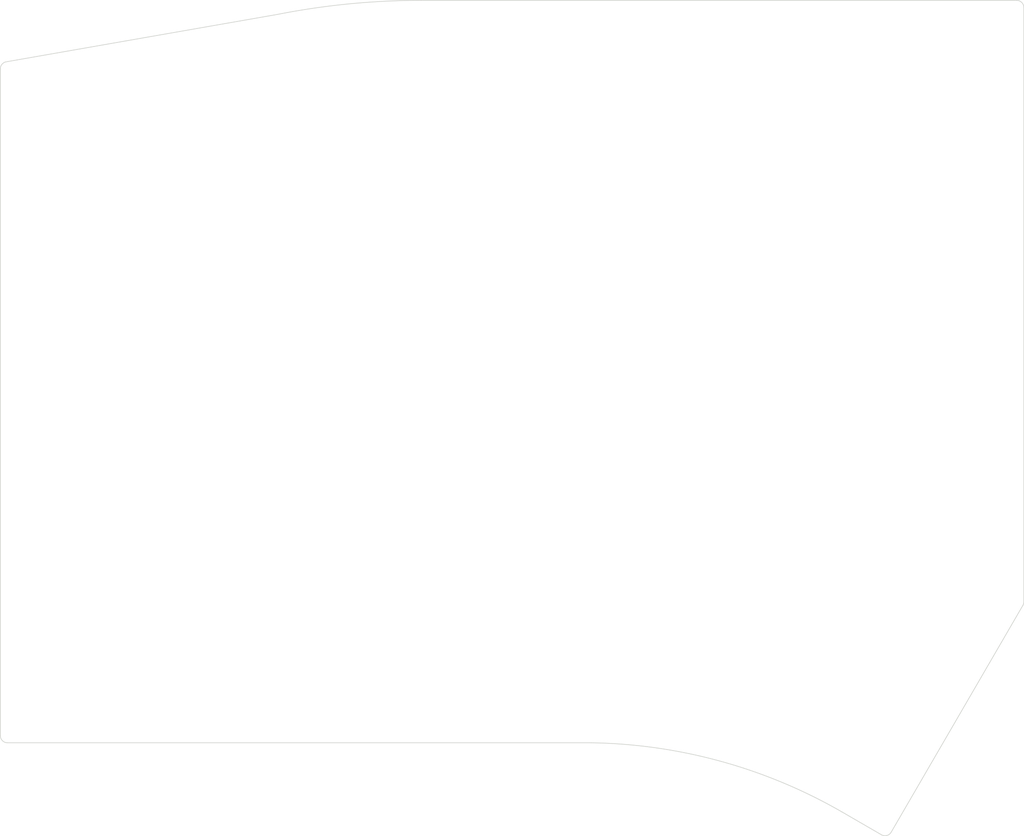
<source format=kicad_pcb>
(kicad_pcb (version 20171130) (host pcbnew "(5.1.6)-1")

  (general
    (thickness 1.6)
    (drawings 14)
    (tracks 0)
    (zones 0)
    (modules 5)
    (nets 1)
  )

  (page A3)
  (layers
    (0 F.Cu signal)
    (31 B.Cu signal)
    (32 B.Adhes user)
    (33 F.Adhes user)
    (34 B.Paste user)
    (35 F.Paste user)
    (36 B.SilkS user)
    (37 F.SilkS user)
    (38 B.Mask user)
    (39 F.Mask user)
    (40 Dwgs.User user)
    (41 Cmts.User user)
    (42 Eco1.User user)
    (43 Eco2.User user)
    (44 Edge.Cuts user)
    (45 Margin user)
    (46 B.CrtYd user)
    (47 F.CrtYd user)
    (48 B.Fab user)
    (49 F.Fab user)
  )

  (setup
    (last_trace_width 0.25)
    (user_trace_width 1)
    (user_trace_width 1.7526)
    (trace_clearance 0.2)
    (zone_clearance 0.508)
    (zone_45_only no)
    (trace_min 0.2)
    (via_size 0.7)
    (via_drill 0.35)
    (via_min_size 0.4)
    (via_min_drill 0.3)
    (uvia_size 0.3)
    (uvia_drill 0.1)
    (uvias_allowed no)
    (uvia_min_size 0.2)
    (uvia_min_drill 0.1)
    (edge_width 0.1)
    (segment_width 0.2)
    (pcb_text_width 0.3)
    (pcb_text_size 1.5 1.5)
    (mod_edge_width 0.12)
    (mod_text_size 1 1)
    (mod_text_width 0.15)
    (pad_size 2.4 2.4)
    (pad_drill 1.5)
    (pad_to_mask_clearance 0.051)
    (solder_mask_min_width 0.25)
    (aux_axis_origin 0 0)
    (visible_elements 7FFFF7FF)
    (pcbplotparams
      (layerselection 0x010fc_ffffffff)
      (usegerberextensions false)
      (usegerberattributes false)
      (usegerberadvancedattributes false)
      (creategerberjobfile false)
      (excludeedgelayer true)
      (linewidth 0.100000)
      (plotframeref false)
      (viasonmask false)
      (mode 1)
      (useauxorigin false)
      (hpglpennumber 1)
      (hpglpenspeed 20)
      (hpglpendiameter 15.000000)
      (psnegative false)
      (psa4output false)
      (plotreference true)
      (plotvalue true)
      (plotinvisibletext false)
      (padsonsilk false)
      (subtractmaskfromsilk false)
      (outputformat 1)
      (mirror false)
      (drillshape 0)
      (scaleselection 1)
      (outputdirectory "CantaloupeV1.4-Gerbers_Base/"))
  )

  (net 0 "")

  (net_class Default "This is the default net class."
    (clearance 0.2)
    (trace_width 0.25)
    (via_dia 0.7)
    (via_drill 0.35)
    (uvia_dia 0.3)
    (uvia_drill 0.1)
  )

  (net_class Battery ""
    (clearance 0.2)
    (trace_width 1)
    (via_dia 0.7)
    (via_drill 0.35)
    (uvia_dia 0.3)
    (uvia_drill 0.1)
  )

  (net_class Power ""
    (clearance 0.2)
    (trace_width 0.5)
    (via_dia 0.7)
    (via_drill 0.35)
    (uvia_dia 0.3)
    (uvia_drill 0.1)
  )

  (module MountingHole:MountingHole_2.2mm_M2 (layer F.Cu) (tedit 56D1B4CB) (tstamp 5F79E978)
    (at 310.58125 121.5375)
    (descr "Mounting Hole 2.2mm, no annular, M2")
    (tags "mounting hole 2.2mm no annular m2")
    (attr virtual)
    (fp_text reference REF** (at 0 -3.2) (layer F.SilkS) hide
      (effects (font (size 1 1) (thickness 0.15)))
    )
    (fp_text value MountingHole_2.2mm_M2 (at 0 3.2) (layer F.Fab)
      (effects (font (size 1 1) (thickness 0.15)))
    )
    (fp_circle (center 0 0) (end 2.45 0) (layer F.CrtYd) (width 0.05))
    (fp_circle (center 0 0) (end 2.2 0) (layer Cmts.User) (width 0.15))
    (fp_text user %R (at 0.3 0) (layer F.Fab)
      (effects (font (size 1 1) (thickness 0.15)))
    )
    (pad 1 np_thru_hole circle (at 0 0) (size 2.2 2.2) (drill 2.2) (layers *.Cu *.Mask))
  )

  (module MountingHole:MountingHole_2.2mm_M2 (layer F.Cu) (tedit 56D1B4CB) (tstamp 5F79E978)
    (at 271.4625 112.7125)
    (descr "Mounting Hole 2.2mm, no annular, M2")
    (tags "mounting hole 2.2mm no annular m2")
    (attr virtual)
    (fp_text reference REF** (at 0 -3.2) (layer F.SilkS) hide
      (effects (font (size 1 1) (thickness 0.15)))
    )
    (fp_text value MountingHole_2.2mm_M2 (at 0 3.2) (layer F.Fab)
      (effects (font (size 1 1) (thickness 0.15)))
    )
    (fp_circle (center 0 0) (end 2.45 0) (layer F.CrtYd) (width 0.05))
    (fp_circle (center 0 0) (end 2.2 0) (layer Cmts.User) (width 0.15))
    (fp_text user %R (at 0.3 0) (layer F.Fab)
      (effects (font (size 1 1) (thickness 0.15)))
    )
    (pad 1 np_thru_hole circle (at 0 0) (size 2.2 2.2) (drill 2.2) (layers *.Cu *.Mask))
  )

  (module MountingHole:MountingHole_2.2mm_M2 (layer F.Cu) (tedit 56D1B4CB) (tstamp 5F79E978)
    (at 290.5125 57.15)
    (descr "Mounting Hole 2.2mm, no annular, M2")
    (tags "mounting hole 2.2mm no annular m2")
    (attr virtual)
    (fp_text reference REF** (at 0 -3.2) (layer F.SilkS) hide
      (effects (font (size 1 1) (thickness 0.15)))
    )
    (fp_text value MountingHole_2.2mm_M2 (at 0 3.2) (layer F.Fab)
      (effects (font (size 1 1) (thickness 0.15)))
    )
    (fp_circle (center 0 0) (end 2.45 0) (layer F.CrtYd) (width 0.05))
    (fp_circle (center 0 0) (end 2.2 0) (layer Cmts.User) (width 0.15))
    (fp_text user %R (at 0.3 0) (layer F.Fab)
      (effects (font (size 1 1) (thickness 0.15)))
    )
    (pad 1 np_thru_hole circle (at 0 0) (size 2.2 2.2) (drill 2.2) (layers *.Cu *.Mask))
  )

  (module MountingHole:MountingHole_2.2mm_M2 (layer F.Cu) (tedit 56D1B4CB) (tstamp 5F79E978)
    (at 214.3125 117.475)
    (descr "Mounting Hole 2.2mm, no annular, M2")
    (tags "mounting hole 2.2mm no annular m2")
    (attr virtual)
    (fp_text reference REF** (at 0 -3.2) (layer F.SilkS) hide
      (effects (font (size 1 1) (thickness 0.15)))
    )
    (fp_text value MountingHole_2.2mm_M2 (at 0 3.2) (layer F.Fab)
      (effects (font (size 1 1) (thickness 0.15)))
    )
    (fp_circle (center 0 0) (end 2.45 0) (layer F.CrtYd) (width 0.05))
    (fp_circle (center 0 0) (end 2.2 0) (layer Cmts.User) (width 0.15))
    (fp_text user %R (at 0.3 0) (layer F.Fab)
      (effects (font (size 1 1) (thickness 0.15)))
    )
    (pad 1 np_thru_hole circle (at 0 0) (size 2.2 2.2) (drill 2.2) (layers *.Cu *.Mask))
  )

  (module MountingHole:MountingHole_2.2mm_M2 (layer F.Cu) (tedit 56D1B4CB) (tstamp 5F79E978)
    (at 214.3125 60.325)
    (descr "Mounting Hole 2.2mm, no annular, M2")
    (tags "mounting hole 2.2mm no annular m2")
    (attr virtual)
    (fp_text reference REF** (at 0 -3.2) (layer F.SilkS) hide
      (effects (font (size 1 1) (thickness 0.15)))
    )
    (fp_text value MountingHole_2.2mm_M2 (at 0 3.2) (layer F.Fab)
      (effects (font (size 1 1) (thickness 0.15)))
    )
    (fp_circle (center 0 0) (end 2.45 0) (layer F.CrtYd) (width 0.05))
    (fp_circle (center 0 0) (end 2.2 0) (layer Cmts.User) (width 0.15))
    (fp_text user %R (at 0.3 0) (layer F.Fab)
      (effects (font (size 1 1) (thickness 0.15)))
    )
    (pad 1 np_thru_hole circle (at 0 0) (size 2.2 2.2) (drill 2.2) (layers *.Cu *.Mask))
  )

  (gr_line (start 196.111473 41.145343) (end 234.165535 34.49046) (layer Edge.Cuts) (width 0.1) (tstamp 5FCE98BB))
  (gr_arc (start 254.188807 136.493749) (end 254.188807 32.543749) (angle -11.10596181) (layer Edge.Cuts) (width 0.1) (tstamp 5FCE98BA))
  (gr_line (start 254.188807 32.543749) (end 337.518492 32.543746) (layer Edge.Cuts) (width 0.1) (tstamp 5F9407DA))
  (gr_line (start 338.518495 33.543751) (end 338.518495 116.786264) (layer Edge.Cuts) (width 0.1) (tstamp 5FC5E61C))
  (gr_arc (start 337.518491 33.54375) (end 337.518492 32.543746) (angle 90) (layer Edge.Cuts) (width 0.1) (tstamp 5FC5E61A))
  (gr_arc (start 337.518501 116.786264) (end 338.383042 117.288823) (angle -30.16947172) (layer Edge.Cuts) (width 0.1) (tstamp 5FC5E619))
  (gr_line (start 338.383042 117.288823) (end 319.955326 149.043748) (layer Edge.Cuts) (width 0.1) (tstamp 5FC5E618))
  (gr_arc (start 276.852497 209.000096) (end 277.982499 136.525048) (angle 29.07937341) (layer Edge.Cuts) (width 0.1) (tstamp 5FC28079))
  (gr_line (start 318.589299 149.409775) (end 313.064439 146.209932) (layer Edge.Cuts) (width 0.1) (tstamp 5FC28078))
  (gr_line (start 277.982499 136.525048) (end 196.262499 136.525048) (layer Edge.Cuts) (width 0.1) (tstamp 5FC28077))
  (gr_arc (start 319.089299 148.54375) (end 318.5893 149.409776) (angle -90) (layer Edge.Cuts) (width 0.1) (tstamp 5F92DDD1))
  (gr_arc (start 196.262499 135.525049) (end 195.2625 135.525049) (angle -90) (layer Edge.Cuts) (width 0.1) (tstamp 5F810929))
  (gr_line (start 195.2625 135.525049) (end 195.2625 42.133874) (layer Edge.Cuts) (width 0.1) (tstamp 5F810920))
  (gr_arc (start 196.2625 42.133873) (end 196.111473 41.145343) (angle -81.31359643) (layer Edge.Cuts) (width 0.1) (tstamp 5F810918))

)

</source>
